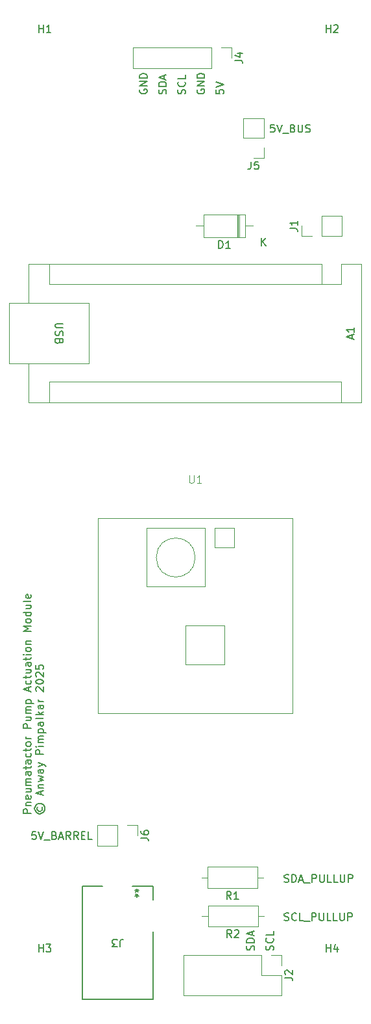
<source format=gbr>
%TF.GenerationSoftware,KiCad,Pcbnew,7.0.9*%
%TF.CreationDate,2025-03-23T18:57:58-04:00*%
%TF.ProjectId,Pneumatactors_NanoEvery_PumpControl,506e6575-6d61-4746-9163-746f72735f4e,rev?*%
%TF.SameCoordinates,Original*%
%TF.FileFunction,Legend,Top*%
%TF.FilePolarity,Positive*%
%FSLAX46Y46*%
G04 Gerber Fmt 4.6, Leading zero omitted, Abs format (unit mm)*
G04 Created by KiCad (PCBNEW 7.0.9) date 2025-03-23 18:57:58*
%MOMM*%
%LPD*%
G01*
G04 APERTURE LIST*
%ADD10C,0.150000*%
%ADD11C,0.100000*%
%ADD12C,0.120000*%
%ADD13C,0.152400*%
G04 APERTURE END LIST*
D10*
X64832200Y-151460839D02*
X64879819Y-151317982D01*
X64879819Y-151317982D02*
X64879819Y-151079887D01*
X64879819Y-151079887D02*
X64832200Y-150984649D01*
X64832200Y-150984649D02*
X64784580Y-150937030D01*
X64784580Y-150937030D02*
X64689342Y-150889411D01*
X64689342Y-150889411D02*
X64594104Y-150889411D01*
X64594104Y-150889411D02*
X64498866Y-150937030D01*
X64498866Y-150937030D02*
X64451247Y-150984649D01*
X64451247Y-150984649D02*
X64403628Y-151079887D01*
X64403628Y-151079887D02*
X64356009Y-151270363D01*
X64356009Y-151270363D02*
X64308390Y-151365601D01*
X64308390Y-151365601D02*
X64260771Y-151413220D01*
X64260771Y-151413220D02*
X64165533Y-151460839D01*
X64165533Y-151460839D02*
X64070295Y-151460839D01*
X64070295Y-151460839D02*
X63975057Y-151413220D01*
X63975057Y-151413220D02*
X63927438Y-151365601D01*
X63927438Y-151365601D02*
X63879819Y-151270363D01*
X63879819Y-151270363D02*
X63879819Y-151032268D01*
X63879819Y-151032268D02*
X63927438Y-150889411D01*
X64879819Y-150460839D02*
X63879819Y-150460839D01*
X63879819Y-150460839D02*
X63879819Y-150222744D01*
X63879819Y-150222744D02*
X63927438Y-150079887D01*
X63927438Y-150079887D02*
X64022676Y-149984649D01*
X64022676Y-149984649D02*
X64117914Y-149937030D01*
X64117914Y-149937030D02*
X64308390Y-149889411D01*
X64308390Y-149889411D02*
X64451247Y-149889411D01*
X64451247Y-149889411D02*
X64641723Y-149937030D01*
X64641723Y-149937030D02*
X64736961Y-149984649D01*
X64736961Y-149984649D02*
X64832200Y-150079887D01*
X64832200Y-150079887D02*
X64879819Y-150222744D01*
X64879819Y-150222744D02*
X64879819Y-150460839D01*
X64594104Y-149508458D02*
X64594104Y-149032268D01*
X64879819Y-149603696D02*
X63879819Y-149270363D01*
X63879819Y-149270363D02*
X64879819Y-148937030D01*
X57427438Y-39389411D02*
X57379819Y-39484649D01*
X57379819Y-39484649D02*
X57379819Y-39627506D01*
X57379819Y-39627506D02*
X57427438Y-39770363D01*
X57427438Y-39770363D02*
X57522676Y-39865601D01*
X57522676Y-39865601D02*
X57617914Y-39913220D01*
X57617914Y-39913220D02*
X57808390Y-39960839D01*
X57808390Y-39960839D02*
X57951247Y-39960839D01*
X57951247Y-39960839D02*
X58141723Y-39913220D01*
X58141723Y-39913220D02*
X58236961Y-39865601D01*
X58236961Y-39865601D02*
X58332200Y-39770363D01*
X58332200Y-39770363D02*
X58379819Y-39627506D01*
X58379819Y-39627506D02*
X58379819Y-39532268D01*
X58379819Y-39532268D02*
X58332200Y-39389411D01*
X58332200Y-39389411D02*
X58284580Y-39341792D01*
X58284580Y-39341792D02*
X57951247Y-39341792D01*
X57951247Y-39341792D02*
X57951247Y-39532268D01*
X58379819Y-38913220D02*
X57379819Y-38913220D01*
X57379819Y-38913220D02*
X58379819Y-38341792D01*
X58379819Y-38341792D02*
X57379819Y-38341792D01*
X58379819Y-37865601D02*
X57379819Y-37865601D01*
X57379819Y-37865601D02*
X57379819Y-37627506D01*
X57379819Y-37627506D02*
X57427438Y-37484649D01*
X57427438Y-37484649D02*
X57522676Y-37389411D01*
X57522676Y-37389411D02*
X57617914Y-37341792D01*
X57617914Y-37341792D02*
X57808390Y-37294173D01*
X57808390Y-37294173D02*
X57951247Y-37294173D01*
X57951247Y-37294173D02*
X58141723Y-37341792D01*
X58141723Y-37341792D02*
X58236961Y-37389411D01*
X58236961Y-37389411D02*
X58332200Y-37484649D01*
X58332200Y-37484649D02*
X58379819Y-37627506D01*
X58379819Y-37627506D02*
X58379819Y-37865601D01*
X35724819Y-133648220D02*
X34724819Y-133648220D01*
X34724819Y-133648220D02*
X34724819Y-133267268D01*
X34724819Y-133267268D02*
X34772438Y-133172030D01*
X34772438Y-133172030D02*
X34820057Y-133124411D01*
X34820057Y-133124411D02*
X34915295Y-133076792D01*
X34915295Y-133076792D02*
X35058152Y-133076792D01*
X35058152Y-133076792D02*
X35153390Y-133124411D01*
X35153390Y-133124411D02*
X35201009Y-133172030D01*
X35201009Y-133172030D02*
X35248628Y-133267268D01*
X35248628Y-133267268D02*
X35248628Y-133648220D01*
X35058152Y-132648220D02*
X35724819Y-132648220D01*
X35153390Y-132648220D02*
X35105771Y-132600601D01*
X35105771Y-132600601D02*
X35058152Y-132505363D01*
X35058152Y-132505363D02*
X35058152Y-132362506D01*
X35058152Y-132362506D02*
X35105771Y-132267268D01*
X35105771Y-132267268D02*
X35201009Y-132219649D01*
X35201009Y-132219649D02*
X35724819Y-132219649D01*
X35677200Y-131362506D02*
X35724819Y-131457744D01*
X35724819Y-131457744D02*
X35724819Y-131648220D01*
X35724819Y-131648220D02*
X35677200Y-131743458D01*
X35677200Y-131743458D02*
X35581961Y-131791077D01*
X35581961Y-131791077D02*
X35201009Y-131791077D01*
X35201009Y-131791077D02*
X35105771Y-131743458D01*
X35105771Y-131743458D02*
X35058152Y-131648220D01*
X35058152Y-131648220D02*
X35058152Y-131457744D01*
X35058152Y-131457744D02*
X35105771Y-131362506D01*
X35105771Y-131362506D02*
X35201009Y-131314887D01*
X35201009Y-131314887D02*
X35296247Y-131314887D01*
X35296247Y-131314887D02*
X35391485Y-131791077D01*
X35058152Y-130457744D02*
X35724819Y-130457744D01*
X35058152Y-130886315D02*
X35581961Y-130886315D01*
X35581961Y-130886315D02*
X35677200Y-130838696D01*
X35677200Y-130838696D02*
X35724819Y-130743458D01*
X35724819Y-130743458D02*
X35724819Y-130600601D01*
X35724819Y-130600601D02*
X35677200Y-130505363D01*
X35677200Y-130505363D02*
X35629580Y-130457744D01*
X35724819Y-129981553D02*
X35058152Y-129981553D01*
X35153390Y-129981553D02*
X35105771Y-129933934D01*
X35105771Y-129933934D02*
X35058152Y-129838696D01*
X35058152Y-129838696D02*
X35058152Y-129695839D01*
X35058152Y-129695839D02*
X35105771Y-129600601D01*
X35105771Y-129600601D02*
X35201009Y-129552982D01*
X35201009Y-129552982D02*
X35724819Y-129552982D01*
X35201009Y-129552982D02*
X35105771Y-129505363D01*
X35105771Y-129505363D02*
X35058152Y-129410125D01*
X35058152Y-129410125D02*
X35058152Y-129267268D01*
X35058152Y-129267268D02*
X35105771Y-129172029D01*
X35105771Y-129172029D02*
X35201009Y-129124410D01*
X35201009Y-129124410D02*
X35724819Y-129124410D01*
X35724819Y-128219649D02*
X35201009Y-128219649D01*
X35201009Y-128219649D02*
X35105771Y-128267268D01*
X35105771Y-128267268D02*
X35058152Y-128362506D01*
X35058152Y-128362506D02*
X35058152Y-128552982D01*
X35058152Y-128552982D02*
X35105771Y-128648220D01*
X35677200Y-128219649D02*
X35724819Y-128314887D01*
X35724819Y-128314887D02*
X35724819Y-128552982D01*
X35724819Y-128552982D02*
X35677200Y-128648220D01*
X35677200Y-128648220D02*
X35581961Y-128695839D01*
X35581961Y-128695839D02*
X35486723Y-128695839D01*
X35486723Y-128695839D02*
X35391485Y-128648220D01*
X35391485Y-128648220D02*
X35343866Y-128552982D01*
X35343866Y-128552982D02*
X35343866Y-128314887D01*
X35343866Y-128314887D02*
X35296247Y-128219649D01*
X35058152Y-127886315D02*
X35058152Y-127505363D01*
X34724819Y-127743458D02*
X35581961Y-127743458D01*
X35581961Y-127743458D02*
X35677200Y-127695839D01*
X35677200Y-127695839D02*
X35724819Y-127600601D01*
X35724819Y-127600601D02*
X35724819Y-127505363D01*
X35724819Y-126743458D02*
X35201009Y-126743458D01*
X35201009Y-126743458D02*
X35105771Y-126791077D01*
X35105771Y-126791077D02*
X35058152Y-126886315D01*
X35058152Y-126886315D02*
X35058152Y-127076791D01*
X35058152Y-127076791D02*
X35105771Y-127172029D01*
X35677200Y-126743458D02*
X35724819Y-126838696D01*
X35724819Y-126838696D02*
X35724819Y-127076791D01*
X35724819Y-127076791D02*
X35677200Y-127172029D01*
X35677200Y-127172029D02*
X35581961Y-127219648D01*
X35581961Y-127219648D02*
X35486723Y-127219648D01*
X35486723Y-127219648D02*
X35391485Y-127172029D01*
X35391485Y-127172029D02*
X35343866Y-127076791D01*
X35343866Y-127076791D02*
X35343866Y-126838696D01*
X35343866Y-126838696D02*
X35296247Y-126743458D01*
X35677200Y-125838696D02*
X35724819Y-125933934D01*
X35724819Y-125933934D02*
X35724819Y-126124410D01*
X35724819Y-126124410D02*
X35677200Y-126219648D01*
X35677200Y-126219648D02*
X35629580Y-126267267D01*
X35629580Y-126267267D02*
X35534342Y-126314886D01*
X35534342Y-126314886D02*
X35248628Y-126314886D01*
X35248628Y-126314886D02*
X35153390Y-126267267D01*
X35153390Y-126267267D02*
X35105771Y-126219648D01*
X35105771Y-126219648D02*
X35058152Y-126124410D01*
X35058152Y-126124410D02*
X35058152Y-125933934D01*
X35058152Y-125933934D02*
X35105771Y-125838696D01*
X35058152Y-125552981D02*
X35058152Y-125172029D01*
X34724819Y-125410124D02*
X35581961Y-125410124D01*
X35581961Y-125410124D02*
X35677200Y-125362505D01*
X35677200Y-125362505D02*
X35724819Y-125267267D01*
X35724819Y-125267267D02*
X35724819Y-125172029D01*
X35724819Y-124695838D02*
X35677200Y-124791076D01*
X35677200Y-124791076D02*
X35629580Y-124838695D01*
X35629580Y-124838695D02*
X35534342Y-124886314D01*
X35534342Y-124886314D02*
X35248628Y-124886314D01*
X35248628Y-124886314D02*
X35153390Y-124838695D01*
X35153390Y-124838695D02*
X35105771Y-124791076D01*
X35105771Y-124791076D02*
X35058152Y-124695838D01*
X35058152Y-124695838D02*
X35058152Y-124552981D01*
X35058152Y-124552981D02*
X35105771Y-124457743D01*
X35105771Y-124457743D02*
X35153390Y-124410124D01*
X35153390Y-124410124D02*
X35248628Y-124362505D01*
X35248628Y-124362505D02*
X35534342Y-124362505D01*
X35534342Y-124362505D02*
X35629580Y-124410124D01*
X35629580Y-124410124D02*
X35677200Y-124457743D01*
X35677200Y-124457743D02*
X35724819Y-124552981D01*
X35724819Y-124552981D02*
X35724819Y-124695838D01*
X35724819Y-123933933D02*
X35058152Y-123933933D01*
X35248628Y-123933933D02*
X35153390Y-123886314D01*
X35153390Y-123886314D02*
X35105771Y-123838695D01*
X35105771Y-123838695D02*
X35058152Y-123743457D01*
X35058152Y-123743457D02*
X35058152Y-123648219D01*
X35724819Y-122552980D02*
X34724819Y-122552980D01*
X34724819Y-122552980D02*
X34724819Y-122172028D01*
X34724819Y-122172028D02*
X34772438Y-122076790D01*
X34772438Y-122076790D02*
X34820057Y-122029171D01*
X34820057Y-122029171D02*
X34915295Y-121981552D01*
X34915295Y-121981552D02*
X35058152Y-121981552D01*
X35058152Y-121981552D02*
X35153390Y-122029171D01*
X35153390Y-122029171D02*
X35201009Y-122076790D01*
X35201009Y-122076790D02*
X35248628Y-122172028D01*
X35248628Y-122172028D02*
X35248628Y-122552980D01*
X35058152Y-121124409D02*
X35724819Y-121124409D01*
X35058152Y-121552980D02*
X35581961Y-121552980D01*
X35581961Y-121552980D02*
X35677200Y-121505361D01*
X35677200Y-121505361D02*
X35724819Y-121410123D01*
X35724819Y-121410123D02*
X35724819Y-121267266D01*
X35724819Y-121267266D02*
X35677200Y-121172028D01*
X35677200Y-121172028D02*
X35629580Y-121124409D01*
X35724819Y-120648218D02*
X35058152Y-120648218D01*
X35153390Y-120648218D02*
X35105771Y-120600599D01*
X35105771Y-120600599D02*
X35058152Y-120505361D01*
X35058152Y-120505361D02*
X35058152Y-120362504D01*
X35058152Y-120362504D02*
X35105771Y-120267266D01*
X35105771Y-120267266D02*
X35201009Y-120219647D01*
X35201009Y-120219647D02*
X35724819Y-120219647D01*
X35201009Y-120219647D02*
X35105771Y-120172028D01*
X35105771Y-120172028D02*
X35058152Y-120076790D01*
X35058152Y-120076790D02*
X35058152Y-119933933D01*
X35058152Y-119933933D02*
X35105771Y-119838694D01*
X35105771Y-119838694D02*
X35201009Y-119791075D01*
X35201009Y-119791075D02*
X35724819Y-119791075D01*
X35058152Y-119314885D02*
X36058152Y-119314885D01*
X35105771Y-119314885D02*
X35058152Y-119219647D01*
X35058152Y-119219647D02*
X35058152Y-119029171D01*
X35058152Y-119029171D02*
X35105771Y-118933933D01*
X35105771Y-118933933D02*
X35153390Y-118886314D01*
X35153390Y-118886314D02*
X35248628Y-118838695D01*
X35248628Y-118838695D02*
X35534342Y-118838695D01*
X35534342Y-118838695D02*
X35629580Y-118886314D01*
X35629580Y-118886314D02*
X35677200Y-118933933D01*
X35677200Y-118933933D02*
X35724819Y-119029171D01*
X35724819Y-119029171D02*
X35724819Y-119219647D01*
X35724819Y-119219647D02*
X35677200Y-119314885D01*
X35439104Y-117695837D02*
X35439104Y-117219647D01*
X35724819Y-117791075D02*
X34724819Y-117457742D01*
X34724819Y-117457742D02*
X35724819Y-117124409D01*
X35677200Y-116362504D02*
X35724819Y-116457742D01*
X35724819Y-116457742D02*
X35724819Y-116648218D01*
X35724819Y-116648218D02*
X35677200Y-116743456D01*
X35677200Y-116743456D02*
X35629580Y-116791075D01*
X35629580Y-116791075D02*
X35534342Y-116838694D01*
X35534342Y-116838694D02*
X35248628Y-116838694D01*
X35248628Y-116838694D02*
X35153390Y-116791075D01*
X35153390Y-116791075D02*
X35105771Y-116743456D01*
X35105771Y-116743456D02*
X35058152Y-116648218D01*
X35058152Y-116648218D02*
X35058152Y-116457742D01*
X35058152Y-116457742D02*
X35105771Y-116362504D01*
X35058152Y-116076789D02*
X35058152Y-115695837D01*
X34724819Y-115933932D02*
X35581961Y-115933932D01*
X35581961Y-115933932D02*
X35677200Y-115886313D01*
X35677200Y-115886313D02*
X35724819Y-115791075D01*
X35724819Y-115791075D02*
X35724819Y-115695837D01*
X35058152Y-114933932D02*
X35724819Y-114933932D01*
X35058152Y-115362503D02*
X35581961Y-115362503D01*
X35581961Y-115362503D02*
X35677200Y-115314884D01*
X35677200Y-115314884D02*
X35724819Y-115219646D01*
X35724819Y-115219646D02*
X35724819Y-115076789D01*
X35724819Y-115076789D02*
X35677200Y-114981551D01*
X35677200Y-114981551D02*
X35629580Y-114933932D01*
X35724819Y-114029170D02*
X35201009Y-114029170D01*
X35201009Y-114029170D02*
X35105771Y-114076789D01*
X35105771Y-114076789D02*
X35058152Y-114172027D01*
X35058152Y-114172027D02*
X35058152Y-114362503D01*
X35058152Y-114362503D02*
X35105771Y-114457741D01*
X35677200Y-114029170D02*
X35724819Y-114124408D01*
X35724819Y-114124408D02*
X35724819Y-114362503D01*
X35724819Y-114362503D02*
X35677200Y-114457741D01*
X35677200Y-114457741D02*
X35581961Y-114505360D01*
X35581961Y-114505360D02*
X35486723Y-114505360D01*
X35486723Y-114505360D02*
X35391485Y-114457741D01*
X35391485Y-114457741D02*
X35343866Y-114362503D01*
X35343866Y-114362503D02*
X35343866Y-114124408D01*
X35343866Y-114124408D02*
X35296247Y-114029170D01*
X35058152Y-113695836D02*
X35058152Y-113314884D01*
X34724819Y-113552979D02*
X35581961Y-113552979D01*
X35581961Y-113552979D02*
X35677200Y-113505360D01*
X35677200Y-113505360D02*
X35724819Y-113410122D01*
X35724819Y-113410122D02*
X35724819Y-113314884D01*
X35724819Y-112981550D02*
X35058152Y-112981550D01*
X34724819Y-112981550D02*
X34772438Y-113029169D01*
X34772438Y-113029169D02*
X34820057Y-112981550D01*
X34820057Y-112981550D02*
X34772438Y-112933931D01*
X34772438Y-112933931D02*
X34724819Y-112981550D01*
X34724819Y-112981550D02*
X34820057Y-112981550D01*
X35724819Y-112362503D02*
X35677200Y-112457741D01*
X35677200Y-112457741D02*
X35629580Y-112505360D01*
X35629580Y-112505360D02*
X35534342Y-112552979D01*
X35534342Y-112552979D02*
X35248628Y-112552979D01*
X35248628Y-112552979D02*
X35153390Y-112505360D01*
X35153390Y-112505360D02*
X35105771Y-112457741D01*
X35105771Y-112457741D02*
X35058152Y-112362503D01*
X35058152Y-112362503D02*
X35058152Y-112219646D01*
X35058152Y-112219646D02*
X35105771Y-112124408D01*
X35105771Y-112124408D02*
X35153390Y-112076789D01*
X35153390Y-112076789D02*
X35248628Y-112029170D01*
X35248628Y-112029170D02*
X35534342Y-112029170D01*
X35534342Y-112029170D02*
X35629580Y-112076789D01*
X35629580Y-112076789D02*
X35677200Y-112124408D01*
X35677200Y-112124408D02*
X35724819Y-112219646D01*
X35724819Y-112219646D02*
X35724819Y-112362503D01*
X35058152Y-111600598D02*
X35724819Y-111600598D01*
X35153390Y-111600598D02*
X35105771Y-111552979D01*
X35105771Y-111552979D02*
X35058152Y-111457741D01*
X35058152Y-111457741D02*
X35058152Y-111314884D01*
X35058152Y-111314884D02*
X35105771Y-111219646D01*
X35105771Y-111219646D02*
X35201009Y-111172027D01*
X35201009Y-111172027D02*
X35724819Y-111172027D01*
X35724819Y-109933931D02*
X34724819Y-109933931D01*
X34724819Y-109933931D02*
X35439104Y-109600598D01*
X35439104Y-109600598D02*
X34724819Y-109267265D01*
X34724819Y-109267265D02*
X35724819Y-109267265D01*
X35724819Y-108648217D02*
X35677200Y-108743455D01*
X35677200Y-108743455D02*
X35629580Y-108791074D01*
X35629580Y-108791074D02*
X35534342Y-108838693D01*
X35534342Y-108838693D02*
X35248628Y-108838693D01*
X35248628Y-108838693D02*
X35153390Y-108791074D01*
X35153390Y-108791074D02*
X35105771Y-108743455D01*
X35105771Y-108743455D02*
X35058152Y-108648217D01*
X35058152Y-108648217D02*
X35058152Y-108505360D01*
X35058152Y-108505360D02*
X35105771Y-108410122D01*
X35105771Y-108410122D02*
X35153390Y-108362503D01*
X35153390Y-108362503D02*
X35248628Y-108314884D01*
X35248628Y-108314884D02*
X35534342Y-108314884D01*
X35534342Y-108314884D02*
X35629580Y-108362503D01*
X35629580Y-108362503D02*
X35677200Y-108410122D01*
X35677200Y-108410122D02*
X35724819Y-108505360D01*
X35724819Y-108505360D02*
X35724819Y-108648217D01*
X35724819Y-107457741D02*
X34724819Y-107457741D01*
X35677200Y-107457741D02*
X35724819Y-107552979D01*
X35724819Y-107552979D02*
X35724819Y-107743455D01*
X35724819Y-107743455D02*
X35677200Y-107838693D01*
X35677200Y-107838693D02*
X35629580Y-107886312D01*
X35629580Y-107886312D02*
X35534342Y-107933931D01*
X35534342Y-107933931D02*
X35248628Y-107933931D01*
X35248628Y-107933931D02*
X35153390Y-107886312D01*
X35153390Y-107886312D02*
X35105771Y-107838693D01*
X35105771Y-107838693D02*
X35058152Y-107743455D01*
X35058152Y-107743455D02*
X35058152Y-107552979D01*
X35058152Y-107552979D02*
X35105771Y-107457741D01*
X35058152Y-106552979D02*
X35724819Y-106552979D01*
X35058152Y-106981550D02*
X35581961Y-106981550D01*
X35581961Y-106981550D02*
X35677200Y-106933931D01*
X35677200Y-106933931D02*
X35724819Y-106838693D01*
X35724819Y-106838693D02*
X35724819Y-106695836D01*
X35724819Y-106695836D02*
X35677200Y-106600598D01*
X35677200Y-106600598D02*
X35629580Y-106552979D01*
X35724819Y-105933931D02*
X35677200Y-106029169D01*
X35677200Y-106029169D02*
X35581961Y-106076788D01*
X35581961Y-106076788D02*
X34724819Y-106076788D01*
X35677200Y-105172026D02*
X35724819Y-105267264D01*
X35724819Y-105267264D02*
X35724819Y-105457740D01*
X35724819Y-105457740D02*
X35677200Y-105552978D01*
X35677200Y-105552978D02*
X35581961Y-105600597D01*
X35581961Y-105600597D02*
X35201009Y-105600597D01*
X35201009Y-105600597D02*
X35105771Y-105552978D01*
X35105771Y-105552978D02*
X35058152Y-105457740D01*
X35058152Y-105457740D02*
X35058152Y-105267264D01*
X35058152Y-105267264D02*
X35105771Y-105172026D01*
X35105771Y-105172026D02*
X35201009Y-105124407D01*
X35201009Y-105124407D02*
X35296247Y-105124407D01*
X35296247Y-105124407D02*
X35391485Y-105600597D01*
X36572914Y-132838696D02*
X36525295Y-132933935D01*
X36525295Y-132933935D02*
X36525295Y-133124411D01*
X36525295Y-133124411D02*
X36572914Y-133219649D01*
X36572914Y-133219649D02*
X36668152Y-133314887D01*
X36668152Y-133314887D02*
X36763390Y-133362506D01*
X36763390Y-133362506D02*
X36953866Y-133362506D01*
X36953866Y-133362506D02*
X37049104Y-133314887D01*
X37049104Y-133314887D02*
X37144342Y-133219649D01*
X37144342Y-133219649D02*
X37191961Y-133124411D01*
X37191961Y-133124411D02*
X37191961Y-132933935D01*
X37191961Y-132933935D02*
X37144342Y-132838696D01*
X36191961Y-133029173D02*
X36239580Y-133267268D01*
X36239580Y-133267268D02*
X36382438Y-133505363D01*
X36382438Y-133505363D02*
X36620533Y-133648220D01*
X36620533Y-133648220D02*
X36858628Y-133695839D01*
X36858628Y-133695839D02*
X37096723Y-133648220D01*
X37096723Y-133648220D02*
X37334819Y-133505363D01*
X37334819Y-133505363D02*
X37477676Y-133267268D01*
X37477676Y-133267268D02*
X37525295Y-133029173D01*
X37525295Y-133029173D02*
X37477676Y-132791077D01*
X37477676Y-132791077D02*
X37334819Y-132552982D01*
X37334819Y-132552982D02*
X37096723Y-132410125D01*
X37096723Y-132410125D02*
X36858628Y-132362506D01*
X36858628Y-132362506D02*
X36620533Y-132410125D01*
X36620533Y-132410125D02*
X36382438Y-132552982D01*
X36382438Y-132552982D02*
X36239580Y-132791077D01*
X36239580Y-132791077D02*
X36191961Y-133029173D01*
X37049104Y-131219648D02*
X37049104Y-130743458D01*
X37334819Y-131314886D02*
X36334819Y-130981553D01*
X36334819Y-130981553D02*
X37334819Y-130648220D01*
X36668152Y-130314886D02*
X37334819Y-130314886D01*
X36763390Y-130314886D02*
X36715771Y-130267267D01*
X36715771Y-130267267D02*
X36668152Y-130172029D01*
X36668152Y-130172029D02*
X36668152Y-130029172D01*
X36668152Y-130029172D02*
X36715771Y-129933934D01*
X36715771Y-129933934D02*
X36811009Y-129886315D01*
X36811009Y-129886315D02*
X37334819Y-129886315D01*
X36668152Y-129505362D02*
X37334819Y-129314886D01*
X37334819Y-129314886D02*
X36858628Y-129124410D01*
X36858628Y-129124410D02*
X37334819Y-128933934D01*
X37334819Y-128933934D02*
X36668152Y-128743458D01*
X37334819Y-127933934D02*
X36811009Y-127933934D01*
X36811009Y-127933934D02*
X36715771Y-127981553D01*
X36715771Y-127981553D02*
X36668152Y-128076791D01*
X36668152Y-128076791D02*
X36668152Y-128267267D01*
X36668152Y-128267267D02*
X36715771Y-128362505D01*
X37287200Y-127933934D02*
X37334819Y-128029172D01*
X37334819Y-128029172D02*
X37334819Y-128267267D01*
X37334819Y-128267267D02*
X37287200Y-128362505D01*
X37287200Y-128362505D02*
X37191961Y-128410124D01*
X37191961Y-128410124D02*
X37096723Y-128410124D01*
X37096723Y-128410124D02*
X37001485Y-128362505D01*
X37001485Y-128362505D02*
X36953866Y-128267267D01*
X36953866Y-128267267D02*
X36953866Y-128029172D01*
X36953866Y-128029172D02*
X36906247Y-127933934D01*
X36668152Y-127552981D02*
X37334819Y-127314886D01*
X36668152Y-127076791D02*
X37334819Y-127314886D01*
X37334819Y-127314886D02*
X37572914Y-127410124D01*
X37572914Y-127410124D02*
X37620533Y-127457743D01*
X37620533Y-127457743D02*
X37668152Y-127552981D01*
X37334819Y-125933933D02*
X36334819Y-125933933D01*
X36334819Y-125933933D02*
X36334819Y-125552981D01*
X36334819Y-125552981D02*
X36382438Y-125457743D01*
X36382438Y-125457743D02*
X36430057Y-125410124D01*
X36430057Y-125410124D02*
X36525295Y-125362505D01*
X36525295Y-125362505D02*
X36668152Y-125362505D01*
X36668152Y-125362505D02*
X36763390Y-125410124D01*
X36763390Y-125410124D02*
X36811009Y-125457743D01*
X36811009Y-125457743D02*
X36858628Y-125552981D01*
X36858628Y-125552981D02*
X36858628Y-125933933D01*
X37334819Y-124933933D02*
X36668152Y-124933933D01*
X36334819Y-124933933D02*
X36382438Y-124981552D01*
X36382438Y-124981552D02*
X36430057Y-124933933D01*
X36430057Y-124933933D02*
X36382438Y-124886314D01*
X36382438Y-124886314D02*
X36334819Y-124933933D01*
X36334819Y-124933933D02*
X36430057Y-124933933D01*
X37334819Y-124457743D02*
X36668152Y-124457743D01*
X36763390Y-124457743D02*
X36715771Y-124410124D01*
X36715771Y-124410124D02*
X36668152Y-124314886D01*
X36668152Y-124314886D02*
X36668152Y-124172029D01*
X36668152Y-124172029D02*
X36715771Y-124076791D01*
X36715771Y-124076791D02*
X36811009Y-124029172D01*
X36811009Y-124029172D02*
X37334819Y-124029172D01*
X36811009Y-124029172D02*
X36715771Y-123981553D01*
X36715771Y-123981553D02*
X36668152Y-123886315D01*
X36668152Y-123886315D02*
X36668152Y-123743458D01*
X36668152Y-123743458D02*
X36715771Y-123648219D01*
X36715771Y-123648219D02*
X36811009Y-123600600D01*
X36811009Y-123600600D02*
X37334819Y-123600600D01*
X36668152Y-123124410D02*
X37668152Y-123124410D01*
X36715771Y-123124410D02*
X36668152Y-123029172D01*
X36668152Y-123029172D02*
X36668152Y-122838696D01*
X36668152Y-122838696D02*
X36715771Y-122743458D01*
X36715771Y-122743458D02*
X36763390Y-122695839D01*
X36763390Y-122695839D02*
X36858628Y-122648220D01*
X36858628Y-122648220D02*
X37144342Y-122648220D01*
X37144342Y-122648220D02*
X37239580Y-122695839D01*
X37239580Y-122695839D02*
X37287200Y-122743458D01*
X37287200Y-122743458D02*
X37334819Y-122838696D01*
X37334819Y-122838696D02*
X37334819Y-123029172D01*
X37334819Y-123029172D02*
X37287200Y-123124410D01*
X37334819Y-121791077D02*
X36811009Y-121791077D01*
X36811009Y-121791077D02*
X36715771Y-121838696D01*
X36715771Y-121838696D02*
X36668152Y-121933934D01*
X36668152Y-121933934D02*
X36668152Y-122124410D01*
X36668152Y-122124410D02*
X36715771Y-122219648D01*
X37287200Y-121791077D02*
X37334819Y-121886315D01*
X37334819Y-121886315D02*
X37334819Y-122124410D01*
X37334819Y-122124410D02*
X37287200Y-122219648D01*
X37287200Y-122219648D02*
X37191961Y-122267267D01*
X37191961Y-122267267D02*
X37096723Y-122267267D01*
X37096723Y-122267267D02*
X37001485Y-122219648D01*
X37001485Y-122219648D02*
X36953866Y-122124410D01*
X36953866Y-122124410D02*
X36953866Y-121886315D01*
X36953866Y-121886315D02*
X36906247Y-121791077D01*
X37334819Y-121172029D02*
X37287200Y-121267267D01*
X37287200Y-121267267D02*
X37191961Y-121314886D01*
X37191961Y-121314886D02*
X36334819Y-121314886D01*
X37334819Y-120791076D02*
X36334819Y-120791076D01*
X36953866Y-120695838D02*
X37334819Y-120410124D01*
X36668152Y-120410124D02*
X37049104Y-120791076D01*
X37334819Y-119552981D02*
X36811009Y-119552981D01*
X36811009Y-119552981D02*
X36715771Y-119600600D01*
X36715771Y-119600600D02*
X36668152Y-119695838D01*
X36668152Y-119695838D02*
X36668152Y-119886314D01*
X36668152Y-119886314D02*
X36715771Y-119981552D01*
X37287200Y-119552981D02*
X37334819Y-119648219D01*
X37334819Y-119648219D02*
X37334819Y-119886314D01*
X37334819Y-119886314D02*
X37287200Y-119981552D01*
X37287200Y-119981552D02*
X37191961Y-120029171D01*
X37191961Y-120029171D02*
X37096723Y-120029171D01*
X37096723Y-120029171D02*
X37001485Y-119981552D01*
X37001485Y-119981552D02*
X36953866Y-119886314D01*
X36953866Y-119886314D02*
X36953866Y-119648219D01*
X36953866Y-119648219D02*
X36906247Y-119552981D01*
X37334819Y-119076790D02*
X36668152Y-119076790D01*
X36858628Y-119076790D02*
X36763390Y-119029171D01*
X36763390Y-119029171D02*
X36715771Y-118981552D01*
X36715771Y-118981552D02*
X36668152Y-118886314D01*
X36668152Y-118886314D02*
X36668152Y-118791076D01*
X36430057Y-117743456D02*
X36382438Y-117695837D01*
X36382438Y-117695837D02*
X36334819Y-117600599D01*
X36334819Y-117600599D02*
X36334819Y-117362504D01*
X36334819Y-117362504D02*
X36382438Y-117267266D01*
X36382438Y-117267266D02*
X36430057Y-117219647D01*
X36430057Y-117219647D02*
X36525295Y-117172028D01*
X36525295Y-117172028D02*
X36620533Y-117172028D01*
X36620533Y-117172028D02*
X36763390Y-117219647D01*
X36763390Y-117219647D02*
X37334819Y-117791075D01*
X37334819Y-117791075D02*
X37334819Y-117172028D01*
X36334819Y-116552980D02*
X36334819Y-116457742D01*
X36334819Y-116457742D02*
X36382438Y-116362504D01*
X36382438Y-116362504D02*
X36430057Y-116314885D01*
X36430057Y-116314885D02*
X36525295Y-116267266D01*
X36525295Y-116267266D02*
X36715771Y-116219647D01*
X36715771Y-116219647D02*
X36953866Y-116219647D01*
X36953866Y-116219647D02*
X37144342Y-116267266D01*
X37144342Y-116267266D02*
X37239580Y-116314885D01*
X37239580Y-116314885D02*
X37287200Y-116362504D01*
X37287200Y-116362504D02*
X37334819Y-116457742D01*
X37334819Y-116457742D02*
X37334819Y-116552980D01*
X37334819Y-116552980D02*
X37287200Y-116648218D01*
X37287200Y-116648218D02*
X37239580Y-116695837D01*
X37239580Y-116695837D02*
X37144342Y-116743456D01*
X37144342Y-116743456D02*
X36953866Y-116791075D01*
X36953866Y-116791075D02*
X36715771Y-116791075D01*
X36715771Y-116791075D02*
X36525295Y-116743456D01*
X36525295Y-116743456D02*
X36430057Y-116695837D01*
X36430057Y-116695837D02*
X36382438Y-116648218D01*
X36382438Y-116648218D02*
X36334819Y-116552980D01*
X36430057Y-115838694D02*
X36382438Y-115791075D01*
X36382438Y-115791075D02*
X36334819Y-115695837D01*
X36334819Y-115695837D02*
X36334819Y-115457742D01*
X36334819Y-115457742D02*
X36382438Y-115362504D01*
X36382438Y-115362504D02*
X36430057Y-115314885D01*
X36430057Y-115314885D02*
X36525295Y-115267266D01*
X36525295Y-115267266D02*
X36620533Y-115267266D01*
X36620533Y-115267266D02*
X36763390Y-115314885D01*
X36763390Y-115314885D02*
X37334819Y-115886313D01*
X37334819Y-115886313D02*
X37334819Y-115267266D01*
X36334819Y-114362504D02*
X36334819Y-114838694D01*
X36334819Y-114838694D02*
X36811009Y-114886313D01*
X36811009Y-114886313D02*
X36763390Y-114838694D01*
X36763390Y-114838694D02*
X36715771Y-114743456D01*
X36715771Y-114743456D02*
X36715771Y-114505361D01*
X36715771Y-114505361D02*
X36763390Y-114410123D01*
X36763390Y-114410123D02*
X36811009Y-114362504D01*
X36811009Y-114362504D02*
X36906247Y-114314885D01*
X36906247Y-114314885D02*
X37144342Y-114314885D01*
X37144342Y-114314885D02*
X37239580Y-114362504D01*
X37239580Y-114362504D02*
X37287200Y-114410123D01*
X37287200Y-114410123D02*
X37334819Y-114505361D01*
X37334819Y-114505361D02*
X37334819Y-114743456D01*
X37334819Y-114743456D02*
X37287200Y-114838694D01*
X37287200Y-114838694D02*
X37239580Y-114886313D01*
X67487969Y-43954819D02*
X67011779Y-43954819D01*
X67011779Y-43954819D02*
X66964160Y-44431009D01*
X66964160Y-44431009D02*
X67011779Y-44383390D01*
X67011779Y-44383390D02*
X67107017Y-44335771D01*
X67107017Y-44335771D02*
X67345112Y-44335771D01*
X67345112Y-44335771D02*
X67440350Y-44383390D01*
X67440350Y-44383390D02*
X67487969Y-44431009D01*
X67487969Y-44431009D02*
X67535588Y-44526247D01*
X67535588Y-44526247D02*
X67535588Y-44764342D01*
X67535588Y-44764342D02*
X67487969Y-44859580D01*
X67487969Y-44859580D02*
X67440350Y-44907200D01*
X67440350Y-44907200D02*
X67345112Y-44954819D01*
X67345112Y-44954819D02*
X67107017Y-44954819D01*
X67107017Y-44954819D02*
X67011779Y-44907200D01*
X67011779Y-44907200D02*
X66964160Y-44859580D01*
X67821303Y-43954819D02*
X68154636Y-44954819D01*
X68154636Y-44954819D02*
X68487969Y-43954819D01*
X68583208Y-45050057D02*
X69345112Y-45050057D01*
X69916541Y-44431009D02*
X70059398Y-44478628D01*
X70059398Y-44478628D02*
X70107017Y-44526247D01*
X70107017Y-44526247D02*
X70154636Y-44621485D01*
X70154636Y-44621485D02*
X70154636Y-44764342D01*
X70154636Y-44764342D02*
X70107017Y-44859580D01*
X70107017Y-44859580D02*
X70059398Y-44907200D01*
X70059398Y-44907200D02*
X69964160Y-44954819D01*
X69964160Y-44954819D02*
X69583208Y-44954819D01*
X69583208Y-44954819D02*
X69583208Y-43954819D01*
X69583208Y-43954819D02*
X69916541Y-43954819D01*
X69916541Y-43954819D02*
X70011779Y-44002438D01*
X70011779Y-44002438D02*
X70059398Y-44050057D01*
X70059398Y-44050057D02*
X70107017Y-44145295D01*
X70107017Y-44145295D02*
X70107017Y-44240533D01*
X70107017Y-44240533D02*
X70059398Y-44335771D01*
X70059398Y-44335771D02*
X70011779Y-44383390D01*
X70011779Y-44383390D02*
X69916541Y-44431009D01*
X69916541Y-44431009D02*
X69583208Y-44431009D01*
X70583208Y-43954819D02*
X70583208Y-44764342D01*
X70583208Y-44764342D02*
X70630827Y-44859580D01*
X70630827Y-44859580D02*
X70678446Y-44907200D01*
X70678446Y-44907200D02*
X70773684Y-44954819D01*
X70773684Y-44954819D02*
X70964160Y-44954819D01*
X70964160Y-44954819D02*
X71059398Y-44907200D01*
X71059398Y-44907200D02*
X71107017Y-44859580D01*
X71107017Y-44859580D02*
X71154636Y-44764342D01*
X71154636Y-44764342D02*
X71154636Y-43954819D01*
X71583208Y-44907200D02*
X71726065Y-44954819D01*
X71726065Y-44954819D02*
X71964160Y-44954819D01*
X71964160Y-44954819D02*
X72059398Y-44907200D01*
X72059398Y-44907200D02*
X72107017Y-44859580D01*
X72107017Y-44859580D02*
X72154636Y-44764342D01*
X72154636Y-44764342D02*
X72154636Y-44669104D01*
X72154636Y-44669104D02*
X72107017Y-44573866D01*
X72107017Y-44573866D02*
X72059398Y-44526247D01*
X72059398Y-44526247D02*
X71964160Y-44478628D01*
X71964160Y-44478628D02*
X71773684Y-44431009D01*
X71773684Y-44431009D02*
X71678446Y-44383390D01*
X71678446Y-44383390D02*
X71630827Y-44335771D01*
X71630827Y-44335771D02*
X71583208Y-44240533D01*
X71583208Y-44240533D02*
X71583208Y-44145295D01*
X71583208Y-44145295D02*
X71630827Y-44050057D01*
X71630827Y-44050057D02*
X71678446Y-44002438D01*
X71678446Y-44002438D02*
X71773684Y-43954819D01*
X71773684Y-43954819D02*
X72011779Y-43954819D01*
X72011779Y-43954819D02*
X72154636Y-44002438D01*
X67332200Y-151460839D02*
X67379819Y-151317982D01*
X67379819Y-151317982D02*
X67379819Y-151079887D01*
X67379819Y-151079887D02*
X67332200Y-150984649D01*
X67332200Y-150984649D02*
X67284580Y-150937030D01*
X67284580Y-150937030D02*
X67189342Y-150889411D01*
X67189342Y-150889411D02*
X67094104Y-150889411D01*
X67094104Y-150889411D02*
X66998866Y-150937030D01*
X66998866Y-150937030D02*
X66951247Y-150984649D01*
X66951247Y-150984649D02*
X66903628Y-151079887D01*
X66903628Y-151079887D02*
X66856009Y-151270363D01*
X66856009Y-151270363D02*
X66808390Y-151365601D01*
X66808390Y-151365601D02*
X66760771Y-151413220D01*
X66760771Y-151413220D02*
X66665533Y-151460839D01*
X66665533Y-151460839D02*
X66570295Y-151460839D01*
X66570295Y-151460839D02*
X66475057Y-151413220D01*
X66475057Y-151413220D02*
X66427438Y-151365601D01*
X66427438Y-151365601D02*
X66379819Y-151270363D01*
X66379819Y-151270363D02*
X66379819Y-151032268D01*
X66379819Y-151032268D02*
X66427438Y-150889411D01*
X67284580Y-149889411D02*
X67332200Y-149937030D01*
X67332200Y-149937030D02*
X67379819Y-150079887D01*
X67379819Y-150079887D02*
X67379819Y-150175125D01*
X67379819Y-150175125D02*
X67332200Y-150317982D01*
X67332200Y-150317982D02*
X67236961Y-150413220D01*
X67236961Y-150413220D02*
X67141723Y-150460839D01*
X67141723Y-150460839D02*
X66951247Y-150508458D01*
X66951247Y-150508458D02*
X66808390Y-150508458D01*
X66808390Y-150508458D02*
X66617914Y-150460839D01*
X66617914Y-150460839D02*
X66522676Y-150413220D01*
X66522676Y-150413220D02*
X66427438Y-150317982D01*
X66427438Y-150317982D02*
X66379819Y-150175125D01*
X66379819Y-150175125D02*
X66379819Y-150079887D01*
X66379819Y-150079887D02*
X66427438Y-149937030D01*
X66427438Y-149937030D02*
X66475057Y-149889411D01*
X67379819Y-148984649D02*
X67379819Y-149460839D01*
X67379819Y-149460839D02*
X66379819Y-149460839D01*
X36372969Y-136029819D02*
X35896779Y-136029819D01*
X35896779Y-136029819D02*
X35849160Y-136506009D01*
X35849160Y-136506009D02*
X35896779Y-136458390D01*
X35896779Y-136458390D02*
X35992017Y-136410771D01*
X35992017Y-136410771D02*
X36230112Y-136410771D01*
X36230112Y-136410771D02*
X36325350Y-136458390D01*
X36325350Y-136458390D02*
X36372969Y-136506009D01*
X36372969Y-136506009D02*
X36420588Y-136601247D01*
X36420588Y-136601247D02*
X36420588Y-136839342D01*
X36420588Y-136839342D02*
X36372969Y-136934580D01*
X36372969Y-136934580D02*
X36325350Y-136982200D01*
X36325350Y-136982200D02*
X36230112Y-137029819D01*
X36230112Y-137029819D02*
X35992017Y-137029819D01*
X35992017Y-137029819D02*
X35896779Y-136982200D01*
X35896779Y-136982200D02*
X35849160Y-136934580D01*
X36706303Y-136029819D02*
X37039636Y-137029819D01*
X37039636Y-137029819D02*
X37372969Y-136029819D01*
X37468208Y-137125057D02*
X38230112Y-137125057D01*
X38801541Y-136506009D02*
X38944398Y-136553628D01*
X38944398Y-136553628D02*
X38992017Y-136601247D01*
X38992017Y-136601247D02*
X39039636Y-136696485D01*
X39039636Y-136696485D02*
X39039636Y-136839342D01*
X39039636Y-136839342D02*
X38992017Y-136934580D01*
X38992017Y-136934580D02*
X38944398Y-136982200D01*
X38944398Y-136982200D02*
X38849160Y-137029819D01*
X38849160Y-137029819D02*
X38468208Y-137029819D01*
X38468208Y-137029819D02*
X38468208Y-136029819D01*
X38468208Y-136029819D02*
X38801541Y-136029819D01*
X38801541Y-136029819D02*
X38896779Y-136077438D01*
X38896779Y-136077438D02*
X38944398Y-136125057D01*
X38944398Y-136125057D02*
X38992017Y-136220295D01*
X38992017Y-136220295D02*
X38992017Y-136315533D01*
X38992017Y-136315533D02*
X38944398Y-136410771D01*
X38944398Y-136410771D02*
X38896779Y-136458390D01*
X38896779Y-136458390D02*
X38801541Y-136506009D01*
X38801541Y-136506009D02*
X38468208Y-136506009D01*
X39420589Y-136744104D02*
X39896779Y-136744104D01*
X39325351Y-137029819D02*
X39658684Y-136029819D01*
X39658684Y-136029819D02*
X39992017Y-137029819D01*
X40896779Y-137029819D02*
X40563446Y-136553628D01*
X40325351Y-137029819D02*
X40325351Y-136029819D01*
X40325351Y-136029819D02*
X40706303Y-136029819D01*
X40706303Y-136029819D02*
X40801541Y-136077438D01*
X40801541Y-136077438D02*
X40849160Y-136125057D01*
X40849160Y-136125057D02*
X40896779Y-136220295D01*
X40896779Y-136220295D02*
X40896779Y-136363152D01*
X40896779Y-136363152D02*
X40849160Y-136458390D01*
X40849160Y-136458390D02*
X40801541Y-136506009D01*
X40801541Y-136506009D02*
X40706303Y-136553628D01*
X40706303Y-136553628D02*
X40325351Y-136553628D01*
X41896779Y-137029819D02*
X41563446Y-136553628D01*
X41325351Y-137029819D02*
X41325351Y-136029819D01*
X41325351Y-136029819D02*
X41706303Y-136029819D01*
X41706303Y-136029819D02*
X41801541Y-136077438D01*
X41801541Y-136077438D02*
X41849160Y-136125057D01*
X41849160Y-136125057D02*
X41896779Y-136220295D01*
X41896779Y-136220295D02*
X41896779Y-136363152D01*
X41896779Y-136363152D02*
X41849160Y-136458390D01*
X41849160Y-136458390D02*
X41801541Y-136506009D01*
X41801541Y-136506009D02*
X41706303Y-136553628D01*
X41706303Y-136553628D02*
X41325351Y-136553628D01*
X42325351Y-136506009D02*
X42658684Y-136506009D01*
X42801541Y-137029819D02*
X42325351Y-137029819D01*
X42325351Y-137029819D02*
X42325351Y-136029819D01*
X42325351Y-136029819D02*
X42801541Y-136029819D01*
X43706303Y-137029819D02*
X43230113Y-137029819D01*
X43230113Y-137029819D02*
X43230113Y-136029819D01*
X68799160Y-142572200D02*
X68942017Y-142619819D01*
X68942017Y-142619819D02*
X69180112Y-142619819D01*
X69180112Y-142619819D02*
X69275350Y-142572200D01*
X69275350Y-142572200D02*
X69322969Y-142524580D01*
X69322969Y-142524580D02*
X69370588Y-142429342D01*
X69370588Y-142429342D02*
X69370588Y-142334104D01*
X69370588Y-142334104D02*
X69322969Y-142238866D01*
X69322969Y-142238866D02*
X69275350Y-142191247D01*
X69275350Y-142191247D02*
X69180112Y-142143628D01*
X69180112Y-142143628D02*
X68989636Y-142096009D01*
X68989636Y-142096009D02*
X68894398Y-142048390D01*
X68894398Y-142048390D02*
X68846779Y-142000771D01*
X68846779Y-142000771D02*
X68799160Y-141905533D01*
X68799160Y-141905533D02*
X68799160Y-141810295D01*
X68799160Y-141810295D02*
X68846779Y-141715057D01*
X68846779Y-141715057D02*
X68894398Y-141667438D01*
X68894398Y-141667438D02*
X68989636Y-141619819D01*
X68989636Y-141619819D02*
X69227731Y-141619819D01*
X69227731Y-141619819D02*
X69370588Y-141667438D01*
X69799160Y-142619819D02*
X69799160Y-141619819D01*
X69799160Y-141619819D02*
X70037255Y-141619819D01*
X70037255Y-141619819D02*
X70180112Y-141667438D01*
X70180112Y-141667438D02*
X70275350Y-141762676D01*
X70275350Y-141762676D02*
X70322969Y-141857914D01*
X70322969Y-141857914D02*
X70370588Y-142048390D01*
X70370588Y-142048390D02*
X70370588Y-142191247D01*
X70370588Y-142191247D02*
X70322969Y-142381723D01*
X70322969Y-142381723D02*
X70275350Y-142476961D01*
X70275350Y-142476961D02*
X70180112Y-142572200D01*
X70180112Y-142572200D02*
X70037255Y-142619819D01*
X70037255Y-142619819D02*
X69799160Y-142619819D01*
X70751541Y-142334104D02*
X71227731Y-142334104D01*
X70656303Y-142619819D02*
X70989636Y-141619819D01*
X70989636Y-141619819D02*
X71322969Y-142619819D01*
X71418208Y-142715057D02*
X72180112Y-142715057D01*
X72418208Y-142619819D02*
X72418208Y-141619819D01*
X72418208Y-141619819D02*
X72799160Y-141619819D01*
X72799160Y-141619819D02*
X72894398Y-141667438D01*
X72894398Y-141667438D02*
X72942017Y-141715057D01*
X72942017Y-141715057D02*
X72989636Y-141810295D01*
X72989636Y-141810295D02*
X72989636Y-141953152D01*
X72989636Y-141953152D02*
X72942017Y-142048390D01*
X72942017Y-142048390D02*
X72894398Y-142096009D01*
X72894398Y-142096009D02*
X72799160Y-142143628D01*
X72799160Y-142143628D02*
X72418208Y-142143628D01*
X73418208Y-141619819D02*
X73418208Y-142429342D01*
X73418208Y-142429342D02*
X73465827Y-142524580D01*
X73465827Y-142524580D02*
X73513446Y-142572200D01*
X73513446Y-142572200D02*
X73608684Y-142619819D01*
X73608684Y-142619819D02*
X73799160Y-142619819D01*
X73799160Y-142619819D02*
X73894398Y-142572200D01*
X73894398Y-142572200D02*
X73942017Y-142524580D01*
X73942017Y-142524580D02*
X73989636Y-142429342D01*
X73989636Y-142429342D02*
X73989636Y-141619819D01*
X74942017Y-142619819D02*
X74465827Y-142619819D01*
X74465827Y-142619819D02*
X74465827Y-141619819D01*
X75751541Y-142619819D02*
X75275351Y-142619819D01*
X75275351Y-142619819D02*
X75275351Y-141619819D01*
X76084875Y-141619819D02*
X76084875Y-142429342D01*
X76084875Y-142429342D02*
X76132494Y-142524580D01*
X76132494Y-142524580D02*
X76180113Y-142572200D01*
X76180113Y-142572200D02*
X76275351Y-142619819D01*
X76275351Y-142619819D02*
X76465827Y-142619819D01*
X76465827Y-142619819D02*
X76561065Y-142572200D01*
X76561065Y-142572200D02*
X76608684Y-142524580D01*
X76608684Y-142524580D02*
X76656303Y-142429342D01*
X76656303Y-142429342D02*
X76656303Y-141619819D01*
X77132494Y-142619819D02*
X77132494Y-141619819D01*
X77132494Y-141619819D02*
X77513446Y-141619819D01*
X77513446Y-141619819D02*
X77608684Y-141667438D01*
X77608684Y-141667438D02*
X77656303Y-141715057D01*
X77656303Y-141715057D02*
X77703922Y-141810295D01*
X77703922Y-141810295D02*
X77703922Y-141953152D01*
X77703922Y-141953152D02*
X77656303Y-142048390D01*
X77656303Y-142048390D02*
X77608684Y-142096009D01*
X77608684Y-142096009D02*
X77513446Y-142143628D01*
X77513446Y-142143628D02*
X77132494Y-142143628D01*
X49927438Y-39389411D02*
X49879819Y-39484649D01*
X49879819Y-39484649D02*
X49879819Y-39627506D01*
X49879819Y-39627506D02*
X49927438Y-39770363D01*
X49927438Y-39770363D02*
X50022676Y-39865601D01*
X50022676Y-39865601D02*
X50117914Y-39913220D01*
X50117914Y-39913220D02*
X50308390Y-39960839D01*
X50308390Y-39960839D02*
X50451247Y-39960839D01*
X50451247Y-39960839D02*
X50641723Y-39913220D01*
X50641723Y-39913220D02*
X50736961Y-39865601D01*
X50736961Y-39865601D02*
X50832200Y-39770363D01*
X50832200Y-39770363D02*
X50879819Y-39627506D01*
X50879819Y-39627506D02*
X50879819Y-39532268D01*
X50879819Y-39532268D02*
X50832200Y-39389411D01*
X50832200Y-39389411D02*
X50784580Y-39341792D01*
X50784580Y-39341792D02*
X50451247Y-39341792D01*
X50451247Y-39341792D02*
X50451247Y-39532268D01*
X50879819Y-38913220D02*
X49879819Y-38913220D01*
X49879819Y-38913220D02*
X50879819Y-38341792D01*
X50879819Y-38341792D02*
X49879819Y-38341792D01*
X50879819Y-37865601D02*
X49879819Y-37865601D01*
X49879819Y-37865601D02*
X49879819Y-37627506D01*
X49879819Y-37627506D02*
X49927438Y-37484649D01*
X49927438Y-37484649D02*
X50022676Y-37389411D01*
X50022676Y-37389411D02*
X50117914Y-37341792D01*
X50117914Y-37341792D02*
X50308390Y-37294173D01*
X50308390Y-37294173D02*
X50451247Y-37294173D01*
X50451247Y-37294173D02*
X50641723Y-37341792D01*
X50641723Y-37341792D02*
X50736961Y-37389411D01*
X50736961Y-37389411D02*
X50832200Y-37484649D01*
X50832200Y-37484649D02*
X50879819Y-37627506D01*
X50879819Y-37627506D02*
X50879819Y-37865601D01*
X55832200Y-39960839D02*
X55879819Y-39817982D01*
X55879819Y-39817982D02*
X55879819Y-39579887D01*
X55879819Y-39579887D02*
X55832200Y-39484649D01*
X55832200Y-39484649D02*
X55784580Y-39437030D01*
X55784580Y-39437030D02*
X55689342Y-39389411D01*
X55689342Y-39389411D02*
X55594104Y-39389411D01*
X55594104Y-39389411D02*
X55498866Y-39437030D01*
X55498866Y-39437030D02*
X55451247Y-39484649D01*
X55451247Y-39484649D02*
X55403628Y-39579887D01*
X55403628Y-39579887D02*
X55356009Y-39770363D01*
X55356009Y-39770363D02*
X55308390Y-39865601D01*
X55308390Y-39865601D02*
X55260771Y-39913220D01*
X55260771Y-39913220D02*
X55165533Y-39960839D01*
X55165533Y-39960839D02*
X55070295Y-39960839D01*
X55070295Y-39960839D02*
X54975057Y-39913220D01*
X54975057Y-39913220D02*
X54927438Y-39865601D01*
X54927438Y-39865601D02*
X54879819Y-39770363D01*
X54879819Y-39770363D02*
X54879819Y-39532268D01*
X54879819Y-39532268D02*
X54927438Y-39389411D01*
X55784580Y-38389411D02*
X55832200Y-38437030D01*
X55832200Y-38437030D02*
X55879819Y-38579887D01*
X55879819Y-38579887D02*
X55879819Y-38675125D01*
X55879819Y-38675125D02*
X55832200Y-38817982D01*
X55832200Y-38817982D02*
X55736961Y-38913220D01*
X55736961Y-38913220D02*
X55641723Y-38960839D01*
X55641723Y-38960839D02*
X55451247Y-39008458D01*
X55451247Y-39008458D02*
X55308390Y-39008458D01*
X55308390Y-39008458D02*
X55117914Y-38960839D01*
X55117914Y-38960839D02*
X55022676Y-38913220D01*
X55022676Y-38913220D02*
X54927438Y-38817982D01*
X54927438Y-38817982D02*
X54879819Y-38675125D01*
X54879819Y-38675125D02*
X54879819Y-38579887D01*
X54879819Y-38579887D02*
X54927438Y-38437030D01*
X54927438Y-38437030D02*
X54975057Y-38389411D01*
X55879819Y-37484649D02*
X55879819Y-37960839D01*
X55879819Y-37960839D02*
X54879819Y-37960839D01*
X53332200Y-39960839D02*
X53379819Y-39817982D01*
X53379819Y-39817982D02*
X53379819Y-39579887D01*
X53379819Y-39579887D02*
X53332200Y-39484649D01*
X53332200Y-39484649D02*
X53284580Y-39437030D01*
X53284580Y-39437030D02*
X53189342Y-39389411D01*
X53189342Y-39389411D02*
X53094104Y-39389411D01*
X53094104Y-39389411D02*
X52998866Y-39437030D01*
X52998866Y-39437030D02*
X52951247Y-39484649D01*
X52951247Y-39484649D02*
X52903628Y-39579887D01*
X52903628Y-39579887D02*
X52856009Y-39770363D01*
X52856009Y-39770363D02*
X52808390Y-39865601D01*
X52808390Y-39865601D02*
X52760771Y-39913220D01*
X52760771Y-39913220D02*
X52665533Y-39960839D01*
X52665533Y-39960839D02*
X52570295Y-39960839D01*
X52570295Y-39960839D02*
X52475057Y-39913220D01*
X52475057Y-39913220D02*
X52427438Y-39865601D01*
X52427438Y-39865601D02*
X52379819Y-39770363D01*
X52379819Y-39770363D02*
X52379819Y-39532268D01*
X52379819Y-39532268D02*
X52427438Y-39389411D01*
X53379819Y-38960839D02*
X52379819Y-38960839D01*
X52379819Y-38960839D02*
X52379819Y-38722744D01*
X52379819Y-38722744D02*
X52427438Y-38579887D01*
X52427438Y-38579887D02*
X52522676Y-38484649D01*
X52522676Y-38484649D02*
X52617914Y-38437030D01*
X52617914Y-38437030D02*
X52808390Y-38389411D01*
X52808390Y-38389411D02*
X52951247Y-38389411D01*
X52951247Y-38389411D02*
X53141723Y-38437030D01*
X53141723Y-38437030D02*
X53236961Y-38484649D01*
X53236961Y-38484649D02*
X53332200Y-38579887D01*
X53332200Y-38579887D02*
X53379819Y-38722744D01*
X53379819Y-38722744D02*
X53379819Y-38960839D01*
X53094104Y-38008458D02*
X53094104Y-37532268D01*
X53379819Y-38103696D02*
X52379819Y-37770363D01*
X52379819Y-37770363D02*
X53379819Y-37437030D01*
X68799160Y-147572200D02*
X68942017Y-147619819D01*
X68942017Y-147619819D02*
X69180112Y-147619819D01*
X69180112Y-147619819D02*
X69275350Y-147572200D01*
X69275350Y-147572200D02*
X69322969Y-147524580D01*
X69322969Y-147524580D02*
X69370588Y-147429342D01*
X69370588Y-147429342D02*
X69370588Y-147334104D01*
X69370588Y-147334104D02*
X69322969Y-147238866D01*
X69322969Y-147238866D02*
X69275350Y-147191247D01*
X69275350Y-147191247D02*
X69180112Y-147143628D01*
X69180112Y-147143628D02*
X68989636Y-147096009D01*
X68989636Y-147096009D02*
X68894398Y-147048390D01*
X68894398Y-147048390D02*
X68846779Y-147000771D01*
X68846779Y-147000771D02*
X68799160Y-146905533D01*
X68799160Y-146905533D02*
X68799160Y-146810295D01*
X68799160Y-146810295D02*
X68846779Y-146715057D01*
X68846779Y-146715057D02*
X68894398Y-146667438D01*
X68894398Y-146667438D02*
X68989636Y-146619819D01*
X68989636Y-146619819D02*
X69227731Y-146619819D01*
X69227731Y-146619819D02*
X69370588Y-146667438D01*
X70370588Y-147524580D02*
X70322969Y-147572200D01*
X70322969Y-147572200D02*
X70180112Y-147619819D01*
X70180112Y-147619819D02*
X70084874Y-147619819D01*
X70084874Y-147619819D02*
X69942017Y-147572200D01*
X69942017Y-147572200D02*
X69846779Y-147476961D01*
X69846779Y-147476961D02*
X69799160Y-147381723D01*
X69799160Y-147381723D02*
X69751541Y-147191247D01*
X69751541Y-147191247D02*
X69751541Y-147048390D01*
X69751541Y-147048390D02*
X69799160Y-146857914D01*
X69799160Y-146857914D02*
X69846779Y-146762676D01*
X69846779Y-146762676D02*
X69942017Y-146667438D01*
X69942017Y-146667438D02*
X70084874Y-146619819D01*
X70084874Y-146619819D02*
X70180112Y-146619819D01*
X70180112Y-146619819D02*
X70322969Y-146667438D01*
X70322969Y-146667438D02*
X70370588Y-146715057D01*
X71275350Y-147619819D02*
X70799160Y-147619819D01*
X70799160Y-147619819D02*
X70799160Y-146619819D01*
X71370589Y-147715057D02*
X72132493Y-147715057D01*
X72370589Y-147619819D02*
X72370589Y-146619819D01*
X72370589Y-146619819D02*
X72751541Y-146619819D01*
X72751541Y-146619819D02*
X72846779Y-146667438D01*
X72846779Y-146667438D02*
X72894398Y-146715057D01*
X72894398Y-146715057D02*
X72942017Y-146810295D01*
X72942017Y-146810295D02*
X72942017Y-146953152D01*
X72942017Y-146953152D02*
X72894398Y-147048390D01*
X72894398Y-147048390D02*
X72846779Y-147096009D01*
X72846779Y-147096009D02*
X72751541Y-147143628D01*
X72751541Y-147143628D02*
X72370589Y-147143628D01*
X73370589Y-146619819D02*
X73370589Y-147429342D01*
X73370589Y-147429342D02*
X73418208Y-147524580D01*
X73418208Y-147524580D02*
X73465827Y-147572200D01*
X73465827Y-147572200D02*
X73561065Y-147619819D01*
X73561065Y-147619819D02*
X73751541Y-147619819D01*
X73751541Y-147619819D02*
X73846779Y-147572200D01*
X73846779Y-147572200D02*
X73894398Y-147524580D01*
X73894398Y-147524580D02*
X73942017Y-147429342D01*
X73942017Y-147429342D02*
X73942017Y-146619819D01*
X74894398Y-147619819D02*
X74418208Y-147619819D01*
X74418208Y-147619819D02*
X74418208Y-146619819D01*
X75703922Y-147619819D02*
X75227732Y-147619819D01*
X75227732Y-147619819D02*
X75227732Y-146619819D01*
X76037256Y-146619819D02*
X76037256Y-147429342D01*
X76037256Y-147429342D02*
X76084875Y-147524580D01*
X76084875Y-147524580D02*
X76132494Y-147572200D01*
X76132494Y-147572200D02*
X76227732Y-147619819D01*
X76227732Y-147619819D02*
X76418208Y-147619819D01*
X76418208Y-147619819D02*
X76513446Y-147572200D01*
X76513446Y-147572200D02*
X76561065Y-147524580D01*
X76561065Y-147524580D02*
X76608684Y-147429342D01*
X76608684Y-147429342D02*
X76608684Y-146619819D01*
X77084875Y-147619819D02*
X77084875Y-146619819D01*
X77084875Y-146619819D02*
X77465827Y-146619819D01*
X77465827Y-146619819D02*
X77561065Y-146667438D01*
X77561065Y-146667438D02*
X77608684Y-146715057D01*
X77608684Y-146715057D02*
X77656303Y-146810295D01*
X77656303Y-146810295D02*
X77656303Y-146953152D01*
X77656303Y-146953152D02*
X77608684Y-147048390D01*
X77608684Y-147048390D02*
X77561065Y-147096009D01*
X77561065Y-147096009D02*
X77465827Y-147143628D01*
X77465827Y-147143628D02*
X77084875Y-147143628D01*
X59879819Y-39437030D02*
X59879819Y-39913220D01*
X59879819Y-39913220D02*
X60356009Y-39960839D01*
X60356009Y-39960839D02*
X60308390Y-39913220D01*
X60308390Y-39913220D02*
X60260771Y-39817982D01*
X60260771Y-39817982D02*
X60260771Y-39579887D01*
X60260771Y-39579887D02*
X60308390Y-39484649D01*
X60308390Y-39484649D02*
X60356009Y-39437030D01*
X60356009Y-39437030D02*
X60451247Y-39389411D01*
X60451247Y-39389411D02*
X60689342Y-39389411D01*
X60689342Y-39389411D02*
X60784580Y-39437030D01*
X60784580Y-39437030D02*
X60832200Y-39484649D01*
X60832200Y-39484649D02*
X60879819Y-39579887D01*
X60879819Y-39579887D02*
X60879819Y-39817982D01*
X60879819Y-39817982D02*
X60832200Y-39913220D01*
X60832200Y-39913220D02*
X60784580Y-39960839D01*
X59879819Y-39103696D02*
X60879819Y-38770363D01*
X60879819Y-38770363D02*
X59879819Y-38437030D01*
X60221905Y-60074819D02*
X60221905Y-59074819D01*
X60221905Y-59074819D02*
X60460000Y-59074819D01*
X60460000Y-59074819D02*
X60602857Y-59122438D01*
X60602857Y-59122438D02*
X60698095Y-59217676D01*
X60698095Y-59217676D02*
X60745714Y-59312914D01*
X60745714Y-59312914D02*
X60793333Y-59503390D01*
X60793333Y-59503390D02*
X60793333Y-59646247D01*
X60793333Y-59646247D02*
X60745714Y-59836723D01*
X60745714Y-59836723D02*
X60698095Y-59931961D01*
X60698095Y-59931961D02*
X60602857Y-60027200D01*
X60602857Y-60027200D02*
X60460000Y-60074819D01*
X60460000Y-60074819D02*
X60221905Y-60074819D01*
X61745714Y-60074819D02*
X61174286Y-60074819D01*
X61460000Y-60074819D02*
X61460000Y-59074819D01*
X61460000Y-59074819D02*
X61364762Y-59217676D01*
X61364762Y-59217676D02*
X61269524Y-59312914D01*
X61269524Y-59312914D02*
X61174286Y-59360533D01*
X65778095Y-59704819D02*
X65778095Y-58704819D01*
X66349523Y-59704819D02*
X65920952Y-59133390D01*
X66349523Y-58704819D02*
X65778095Y-59276247D01*
D11*
X56388095Y-89627419D02*
X56388095Y-90436942D01*
X56388095Y-90436942D02*
X56435714Y-90532180D01*
X56435714Y-90532180D02*
X56483333Y-90579800D01*
X56483333Y-90579800D02*
X56578571Y-90627419D01*
X56578571Y-90627419D02*
X56769047Y-90627419D01*
X56769047Y-90627419D02*
X56864285Y-90579800D01*
X56864285Y-90579800D02*
X56911904Y-90532180D01*
X56911904Y-90532180D02*
X56959523Y-90436942D01*
X56959523Y-90436942D02*
X56959523Y-89627419D01*
X57959523Y-90627419D02*
X57388095Y-90627419D01*
X57673809Y-90627419D02*
X57673809Y-89627419D01*
X57673809Y-89627419D02*
X57578571Y-89770276D01*
X57578571Y-89770276D02*
X57483333Y-89865514D01*
X57483333Y-89865514D02*
X57388095Y-89913133D01*
D10*
X47343333Y-151045180D02*
X47343333Y-150330895D01*
X47343333Y-150330895D02*
X47390952Y-150188038D01*
X47390952Y-150188038D02*
X47486190Y-150092800D01*
X47486190Y-150092800D02*
X47629047Y-150045180D01*
X47629047Y-150045180D02*
X47724285Y-150045180D01*
X46962380Y-151045180D02*
X46343333Y-151045180D01*
X46343333Y-151045180D02*
X46676666Y-150664228D01*
X46676666Y-150664228D02*
X46533809Y-150664228D01*
X46533809Y-150664228D02*
X46438571Y-150616609D01*
X46438571Y-150616609D02*
X46390952Y-150568990D01*
X46390952Y-150568990D02*
X46343333Y-150473752D01*
X46343333Y-150473752D02*
X46343333Y-150235657D01*
X46343333Y-150235657D02*
X46390952Y-150140419D01*
X46390952Y-150140419D02*
X46438571Y-150092800D01*
X46438571Y-150092800D02*
X46533809Y-150045180D01*
X46533809Y-150045180D02*
X46819523Y-150045180D01*
X46819523Y-150045180D02*
X46914761Y-150092800D01*
X46914761Y-150092800D02*
X46962380Y-150140419D01*
X49549999Y-144555480D02*
X49549999Y-144317385D01*
X49788094Y-144412623D02*
X49549999Y-144317385D01*
X49549999Y-144317385D02*
X49311904Y-144412623D01*
X49692856Y-144126909D02*
X49549999Y-144317385D01*
X49549999Y-144317385D02*
X49407142Y-144126909D01*
X49550000Y-143465119D02*
X49550000Y-143703214D01*
X49311905Y-143607976D02*
X49550000Y-143703214D01*
X49550000Y-143703214D02*
X49788095Y-143607976D01*
X49407143Y-143893690D02*
X49550000Y-143703214D01*
X49550000Y-143703214D02*
X49692857Y-143893690D01*
X74248095Y-31954819D02*
X74248095Y-30954819D01*
X74248095Y-31431009D02*
X74819523Y-31431009D01*
X74819523Y-31954819D02*
X74819523Y-30954819D01*
X75248095Y-31050057D02*
X75295714Y-31002438D01*
X75295714Y-31002438D02*
X75390952Y-30954819D01*
X75390952Y-30954819D02*
X75629047Y-30954819D01*
X75629047Y-30954819D02*
X75724285Y-31002438D01*
X75724285Y-31002438D02*
X75771904Y-31050057D01*
X75771904Y-31050057D02*
X75819523Y-31145295D01*
X75819523Y-31145295D02*
X75819523Y-31240533D01*
X75819523Y-31240533D02*
X75771904Y-31383390D01*
X75771904Y-31383390D02*
X75200476Y-31954819D01*
X75200476Y-31954819D02*
X75819523Y-31954819D01*
X68874819Y-155063333D02*
X69589104Y-155063333D01*
X69589104Y-155063333D02*
X69731961Y-155110952D01*
X69731961Y-155110952D02*
X69827200Y-155206190D01*
X69827200Y-155206190D02*
X69874819Y-155349047D01*
X69874819Y-155349047D02*
X69874819Y-155444285D01*
X68970057Y-154634761D02*
X68922438Y-154587142D01*
X68922438Y-154587142D02*
X68874819Y-154491904D01*
X68874819Y-154491904D02*
X68874819Y-154253809D01*
X68874819Y-154253809D02*
X68922438Y-154158571D01*
X68922438Y-154158571D02*
X68970057Y-154110952D01*
X68970057Y-154110952D02*
X69065295Y-154063333D01*
X69065295Y-154063333D02*
X69160533Y-154063333D01*
X69160533Y-154063333D02*
X69303390Y-154110952D01*
X69303390Y-154110952D02*
X69874819Y-154682380D01*
X69874819Y-154682380D02*
X69874819Y-154063333D01*
X62334819Y-35583333D02*
X63049104Y-35583333D01*
X63049104Y-35583333D02*
X63191961Y-35630952D01*
X63191961Y-35630952D02*
X63287200Y-35726190D01*
X63287200Y-35726190D02*
X63334819Y-35869047D01*
X63334819Y-35869047D02*
X63334819Y-35964285D01*
X62668152Y-34678571D02*
X63334819Y-34678571D01*
X62287200Y-34916666D02*
X63001485Y-35154761D01*
X63001485Y-35154761D02*
X63001485Y-34535714D01*
X69514819Y-57483333D02*
X70229104Y-57483333D01*
X70229104Y-57483333D02*
X70371961Y-57530952D01*
X70371961Y-57530952D02*
X70467200Y-57626190D01*
X70467200Y-57626190D02*
X70514819Y-57769047D01*
X70514819Y-57769047D02*
X70514819Y-57864285D01*
X70514819Y-56483333D02*
X70514819Y-57054761D01*
X70514819Y-56769047D02*
X69514819Y-56769047D01*
X69514819Y-56769047D02*
X69657676Y-56864285D01*
X69657676Y-56864285D02*
X69752914Y-56959523D01*
X69752914Y-56959523D02*
X69800533Y-57054761D01*
X36748095Y-31954819D02*
X36748095Y-30954819D01*
X36748095Y-31431009D02*
X37319523Y-31431009D01*
X37319523Y-31954819D02*
X37319523Y-30954819D01*
X38319523Y-31954819D02*
X37748095Y-31954819D01*
X38033809Y-31954819D02*
X38033809Y-30954819D01*
X38033809Y-30954819D02*
X37938571Y-31097676D01*
X37938571Y-31097676D02*
X37843333Y-31192914D01*
X37843333Y-31192914D02*
X37748095Y-31240533D01*
X61843333Y-144824819D02*
X61510000Y-144348628D01*
X61271905Y-144824819D02*
X61271905Y-143824819D01*
X61271905Y-143824819D02*
X61652857Y-143824819D01*
X61652857Y-143824819D02*
X61748095Y-143872438D01*
X61748095Y-143872438D02*
X61795714Y-143920057D01*
X61795714Y-143920057D02*
X61843333Y-144015295D01*
X61843333Y-144015295D02*
X61843333Y-144158152D01*
X61843333Y-144158152D02*
X61795714Y-144253390D01*
X61795714Y-144253390D02*
X61748095Y-144301009D01*
X61748095Y-144301009D02*
X61652857Y-144348628D01*
X61652857Y-144348628D02*
X61271905Y-144348628D01*
X62795714Y-144824819D02*
X62224286Y-144824819D01*
X62510000Y-144824819D02*
X62510000Y-143824819D01*
X62510000Y-143824819D02*
X62414762Y-143967676D01*
X62414762Y-143967676D02*
X62319524Y-144062914D01*
X62319524Y-144062914D02*
X62224286Y-144110533D01*
X36748095Y-151704819D02*
X36748095Y-150704819D01*
X36748095Y-151181009D02*
X37319523Y-151181009D01*
X37319523Y-151704819D02*
X37319523Y-150704819D01*
X37700476Y-150704819D02*
X38319523Y-150704819D01*
X38319523Y-150704819D02*
X37986190Y-151085771D01*
X37986190Y-151085771D02*
X38129047Y-151085771D01*
X38129047Y-151085771D02*
X38224285Y-151133390D01*
X38224285Y-151133390D02*
X38271904Y-151181009D01*
X38271904Y-151181009D02*
X38319523Y-151276247D01*
X38319523Y-151276247D02*
X38319523Y-151514342D01*
X38319523Y-151514342D02*
X38271904Y-151609580D01*
X38271904Y-151609580D02*
X38224285Y-151657200D01*
X38224285Y-151657200D02*
X38129047Y-151704819D01*
X38129047Y-151704819D02*
X37843333Y-151704819D01*
X37843333Y-151704819D02*
X37748095Y-151657200D01*
X37748095Y-151657200D02*
X37700476Y-151609580D01*
X61923333Y-149824819D02*
X61590000Y-149348628D01*
X61351905Y-149824819D02*
X61351905Y-148824819D01*
X61351905Y-148824819D02*
X61732857Y-148824819D01*
X61732857Y-148824819D02*
X61828095Y-148872438D01*
X61828095Y-148872438D02*
X61875714Y-148920057D01*
X61875714Y-148920057D02*
X61923333Y-149015295D01*
X61923333Y-149015295D02*
X61923333Y-149158152D01*
X61923333Y-149158152D02*
X61875714Y-149253390D01*
X61875714Y-149253390D02*
X61828095Y-149301009D01*
X61828095Y-149301009D02*
X61732857Y-149348628D01*
X61732857Y-149348628D02*
X61351905Y-149348628D01*
X62304286Y-148920057D02*
X62351905Y-148872438D01*
X62351905Y-148872438D02*
X62447143Y-148824819D01*
X62447143Y-148824819D02*
X62685238Y-148824819D01*
X62685238Y-148824819D02*
X62780476Y-148872438D01*
X62780476Y-148872438D02*
X62828095Y-148920057D01*
X62828095Y-148920057D02*
X62875714Y-149015295D01*
X62875714Y-149015295D02*
X62875714Y-149110533D01*
X62875714Y-149110533D02*
X62828095Y-149253390D01*
X62828095Y-149253390D02*
X62256667Y-149824819D01*
X62256667Y-149824819D02*
X62875714Y-149824819D01*
X74248095Y-151704819D02*
X74248095Y-150704819D01*
X74248095Y-151181009D02*
X74819523Y-151181009D01*
X74819523Y-151704819D02*
X74819523Y-150704819D01*
X75724285Y-151038152D02*
X75724285Y-151704819D01*
X75486190Y-150657200D02*
X75248095Y-151371485D01*
X75248095Y-151371485D02*
X75867142Y-151371485D01*
X64436666Y-48774819D02*
X64436666Y-49489104D01*
X64436666Y-49489104D02*
X64389047Y-49631961D01*
X64389047Y-49631961D02*
X64293809Y-49727200D01*
X64293809Y-49727200D02*
X64150952Y-49774819D01*
X64150952Y-49774819D02*
X64055714Y-49774819D01*
X65389047Y-48774819D02*
X64912857Y-48774819D01*
X64912857Y-48774819D02*
X64865238Y-49251009D01*
X64865238Y-49251009D02*
X64912857Y-49203390D01*
X64912857Y-49203390D02*
X65008095Y-49155771D01*
X65008095Y-49155771D02*
X65246190Y-49155771D01*
X65246190Y-49155771D02*
X65341428Y-49203390D01*
X65341428Y-49203390D02*
X65389047Y-49251009D01*
X65389047Y-49251009D02*
X65436666Y-49346247D01*
X65436666Y-49346247D02*
X65436666Y-49584342D01*
X65436666Y-49584342D02*
X65389047Y-49679580D01*
X65389047Y-49679580D02*
X65341428Y-49727200D01*
X65341428Y-49727200D02*
X65246190Y-49774819D01*
X65246190Y-49774819D02*
X65008095Y-49774819D01*
X65008095Y-49774819D02*
X64912857Y-49727200D01*
X64912857Y-49727200D02*
X64865238Y-49679580D01*
X77639104Y-71834285D02*
X77639104Y-71358095D01*
X77924819Y-71929523D02*
X76924819Y-71596190D01*
X76924819Y-71596190D02*
X77924819Y-71262857D01*
X77924819Y-70405714D02*
X77924819Y-70977142D01*
X77924819Y-70691428D02*
X76924819Y-70691428D01*
X76924819Y-70691428D02*
X77067676Y-70786666D01*
X77067676Y-70786666D02*
X77162914Y-70881904D01*
X77162914Y-70881904D02*
X77210533Y-70977142D01*
X39915180Y-69858095D02*
X39105657Y-69858095D01*
X39105657Y-69858095D02*
X39010419Y-69905714D01*
X39010419Y-69905714D02*
X38962800Y-69953333D01*
X38962800Y-69953333D02*
X38915180Y-70048571D01*
X38915180Y-70048571D02*
X38915180Y-70239047D01*
X38915180Y-70239047D02*
X38962800Y-70334285D01*
X38962800Y-70334285D02*
X39010419Y-70381904D01*
X39010419Y-70381904D02*
X39105657Y-70429523D01*
X39105657Y-70429523D02*
X39915180Y-70429523D01*
X38962800Y-70858095D02*
X38915180Y-71000952D01*
X38915180Y-71000952D02*
X38915180Y-71239047D01*
X38915180Y-71239047D02*
X38962800Y-71334285D01*
X38962800Y-71334285D02*
X39010419Y-71381904D01*
X39010419Y-71381904D02*
X39105657Y-71429523D01*
X39105657Y-71429523D02*
X39200895Y-71429523D01*
X39200895Y-71429523D02*
X39296133Y-71381904D01*
X39296133Y-71381904D02*
X39343752Y-71334285D01*
X39343752Y-71334285D02*
X39391371Y-71239047D01*
X39391371Y-71239047D02*
X39438990Y-71048571D01*
X39438990Y-71048571D02*
X39486609Y-70953333D01*
X39486609Y-70953333D02*
X39534228Y-70905714D01*
X39534228Y-70905714D02*
X39629466Y-70858095D01*
X39629466Y-70858095D02*
X39724704Y-70858095D01*
X39724704Y-70858095D02*
X39819942Y-70905714D01*
X39819942Y-70905714D02*
X39867561Y-70953333D01*
X39867561Y-70953333D02*
X39915180Y-71048571D01*
X39915180Y-71048571D02*
X39915180Y-71286666D01*
X39915180Y-71286666D02*
X39867561Y-71429523D01*
X39438990Y-72191428D02*
X39391371Y-72334285D01*
X39391371Y-72334285D02*
X39343752Y-72381904D01*
X39343752Y-72381904D02*
X39248514Y-72429523D01*
X39248514Y-72429523D02*
X39105657Y-72429523D01*
X39105657Y-72429523D02*
X39010419Y-72381904D01*
X39010419Y-72381904D02*
X38962800Y-72334285D01*
X38962800Y-72334285D02*
X38915180Y-72239047D01*
X38915180Y-72239047D02*
X38915180Y-71858095D01*
X38915180Y-71858095D02*
X39915180Y-71858095D01*
X39915180Y-71858095D02*
X39915180Y-72191428D01*
X39915180Y-72191428D02*
X39867561Y-72286666D01*
X39867561Y-72286666D02*
X39819942Y-72334285D01*
X39819942Y-72334285D02*
X39724704Y-72381904D01*
X39724704Y-72381904D02*
X39629466Y-72381904D01*
X39629466Y-72381904D02*
X39534228Y-72334285D01*
X39534228Y-72334285D02*
X39486609Y-72286666D01*
X39486609Y-72286666D02*
X39438990Y-72191428D01*
X39438990Y-72191428D02*
X39438990Y-71858095D01*
X50049819Y-136858333D02*
X50764104Y-136858333D01*
X50764104Y-136858333D02*
X50906961Y-136905952D01*
X50906961Y-136905952D02*
X51002200Y-137001190D01*
X51002200Y-137001190D02*
X51049819Y-137144047D01*
X51049819Y-137144047D02*
X51049819Y-137239285D01*
X50049819Y-135953571D02*
X50049819Y-136144047D01*
X50049819Y-136144047D02*
X50097438Y-136239285D01*
X50097438Y-136239285D02*
X50145057Y-136286904D01*
X50145057Y-136286904D02*
X50287914Y-136382142D01*
X50287914Y-136382142D02*
X50478390Y-136429761D01*
X50478390Y-136429761D02*
X50859342Y-136429761D01*
X50859342Y-136429761D02*
X50954580Y-136382142D01*
X50954580Y-136382142D02*
X51002200Y-136334523D01*
X51002200Y-136334523D02*
X51049819Y-136239285D01*
X51049819Y-136239285D02*
X51049819Y-136048809D01*
X51049819Y-136048809D02*
X51002200Y-135953571D01*
X51002200Y-135953571D02*
X50954580Y-135905952D01*
X50954580Y-135905952D02*
X50859342Y-135858333D01*
X50859342Y-135858333D02*
X50621247Y-135858333D01*
X50621247Y-135858333D02*
X50526009Y-135905952D01*
X50526009Y-135905952D02*
X50478390Y-135953571D01*
X50478390Y-135953571D02*
X50430771Y-136048809D01*
X50430771Y-136048809D02*
X50430771Y-136239285D01*
X50430771Y-136239285D02*
X50478390Y-136334523D01*
X50478390Y-136334523D02*
X50526009Y-136382142D01*
X50526009Y-136382142D02*
X50621247Y-136429761D01*
D12*
%TO.C,D1*%
X64700000Y-57150000D02*
X63680000Y-57150000D01*
X63680000Y-58620000D02*
X63680000Y-55680000D01*
X63680000Y-55680000D02*
X58240000Y-55680000D01*
X62900000Y-58620000D02*
X62900000Y-55680000D01*
X62780000Y-58620000D02*
X62780000Y-55680000D01*
X62660000Y-58620000D02*
X62660000Y-55680000D01*
X58240000Y-58620000D02*
X63680000Y-58620000D01*
X58240000Y-55680000D02*
X58240000Y-58620000D01*
X57220000Y-57150000D02*
X58240000Y-57150000D01*
D11*
%TO.C,U1*%
X44450000Y-95250000D02*
X69850000Y-95250000D01*
X69850000Y-95250000D02*
X69850000Y-120650000D01*
X69850000Y-120650000D02*
X44450000Y-120650000D01*
X44450000Y-120650000D02*
X44450000Y-95250000D01*
X50800000Y-96520000D02*
X58420000Y-96520000D01*
X58420000Y-96520000D02*
X58420000Y-104140000D01*
X58420000Y-104140000D02*
X50800000Y-104140000D01*
X50800000Y-104140000D02*
X50800000Y-96520000D01*
X55880000Y-109220000D02*
X60960000Y-109220000D01*
X60960000Y-109220000D02*
X60960000Y-114300000D01*
X60960000Y-114300000D02*
X55880000Y-114300000D01*
X55880000Y-114300000D02*
X55880000Y-109220000D01*
X59690000Y-96520000D02*
X62230000Y-96520000D01*
X62230000Y-96520000D02*
X62230000Y-99060000D01*
X62230000Y-99060000D02*
X59690000Y-99060000D01*
X59690000Y-99060000D02*
X59690000Y-96520000D01*
X57150000Y-100330000D02*
G75*
G03*
X57150000Y-100330000I-2540000J0D01*
G01*
D13*
%TO.C,J3*%
X51632800Y-157827900D02*
X51632800Y-149090154D01*
X51632800Y-144924846D02*
X51632800Y-143172100D01*
X51632800Y-143172100D02*
X48951574Y-143172100D01*
X45068426Y-143172100D02*
X42387200Y-143172100D01*
X42387200Y-157827900D02*
X51632800Y-157827900D01*
X42387200Y-143172100D02*
X42387200Y-157827900D01*
D12*
%TO.C,J2*%
X68420000Y-152130000D02*
X68420000Y-153460000D01*
X67090000Y-152130000D02*
X68420000Y-152130000D01*
X65820000Y-152130000D02*
X55600000Y-152130000D01*
X65820000Y-152130000D02*
X65820000Y-154730000D01*
X55600000Y-152130000D02*
X55600000Y-157330000D01*
X68420000Y-154730000D02*
X68420000Y-157330000D01*
X65820000Y-154730000D02*
X68420000Y-154730000D01*
X68420000Y-157330000D02*
X55600000Y-157330000D01*
%TO.C,J4*%
X61880000Y-33920000D02*
X61880000Y-35250000D01*
X60550000Y-33920000D02*
X61880000Y-33920000D01*
X59280000Y-33920000D02*
X49060000Y-33920000D01*
X59280000Y-33920000D02*
X59280000Y-36580000D01*
X49060000Y-33920000D02*
X49060000Y-36580000D01*
X59280000Y-36580000D02*
X49060000Y-36580000D01*
%TO.C,J1*%
X71060000Y-58480000D02*
X71060000Y-57150000D01*
X72390000Y-58480000D02*
X71060000Y-58480000D01*
X73660000Y-58480000D02*
X76260000Y-58480000D01*
X73660000Y-58480000D02*
X73660000Y-55820000D01*
X76260000Y-58480000D02*
X76260000Y-55820000D01*
X73660000Y-55820000D02*
X76260000Y-55820000D01*
%TO.C,R1*%
X66050000Y-142000000D02*
X65280000Y-142000000D01*
X65280000Y-143370000D02*
X65280000Y-140630000D01*
X65280000Y-140630000D02*
X58740000Y-140630000D01*
X58740000Y-143370000D02*
X65280000Y-143370000D01*
X58740000Y-140630000D02*
X58740000Y-143370000D01*
X57970000Y-142000000D02*
X58740000Y-142000000D01*
%TO.C,R2*%
X66130000Y-147000000D02*
X65360000Y-147000000D01*
X65360000Y-148370000D02*
X65360000Y-145630000D01*
X65360000Y-145630000D02*
X58820000Y-145630000D01*
X58820000Y-148370000D02*
X65360000Y-148370000D01*
X58820000Y-145630000D02*
X58820000Y-148370000D01*
X58050000Y-147000000D02*
X58820000Y-147000000D01*
%TO.C,J5*%
X66100000Y-48320000D02*
X64770000Y-48320000D01*
X66100000Y-46990000D02*
X66100000Y-48320000D01*
X66100000Y-45720000D02*
X66100000Y-43120000D01*
X66100000Y-45720000D02*
X63440000Y-45720000D01*
X66100000Y-43120000D02*
X63440000Y-43120000D01*
X63440000Y-45720000D02*
X63440000Y-43120000D01*
%TO.C,A1*%
X78870000Y-62100000D02*
X76200000Y-62100000D01*
X73660000Y-62100000D02*
X35430000Y-62100000D01*
X35430000Y-62100000D02*
X35430000Y-67180000D01*
X76200000Y-64770000D02*
X76200000Y-62100000D01*
X73660000Y-64770000D02*
X73660000Y-62100000D01*
X73660000Y-64770000D02*
X76200000Y-64770000D01*
X73660000Y-64770000D02*
X38100000Y-64770000D01*
X38100000Y-64770000D02*
X38100000Y-62100000D01*
X43310000Y-67180000D02*
X43310000Y-75060000D01*
X32890000Y-67180000D02*
X43310000Y-67180000D01*
X43310000Y-75060000D02*
X32890000Y-75060000D01*
X32890000Y-75060000D02*
X32890000Y-67180000D01*
X76200000Y-77470000D02*
X38100000Y-77470000D01*
X76200000Y-77470000D02*
X76200000Y-80140000D01*
X38100000Y-77470000D02*
X38100000Y-80140000D01*
X78870000Y-80140000D02*
X78870000Y-62100000D01*
X35430000Y-80140000D02*
X35430000Y-75060000D01*
X35430000Y-80140000D02*
X78870000Y-80140000D01*
%TO.C,J6*%
X49595000Y-135195000D02*
X49595000Y-136525000D01*
X48265000Y-135195000D02*
X49595000Y-135195000D01*
X46995000Y-135195000D02*
X44395000Y-135195000D01*
X46995000Y-135195000D02*
X46995000Y-137855000D01*
X44395000Y-135195000D02*
X44395000Y-137855000D01*
X46995000Y-137855000D02*
X44395000Y-137855000D01*
%TD*%
M02*

</source>
